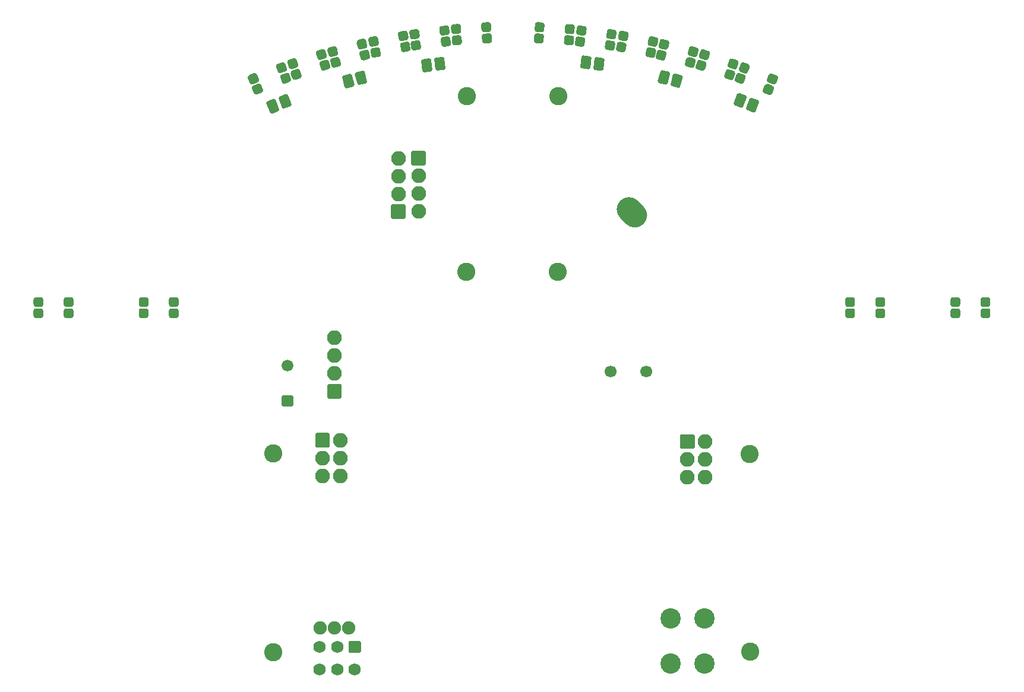
<source format=gbs>
%TF.GenerationSoftware,KiCad,Pcbnew,(5.1.8)-1*%
%TF.CreationDate,2023-07-29T11:14:22+09:00*%
%TF.ProjectId,Tracer,54726163-6572-42e6-9b69-6361645f7063,rev?*%
%TF.SameCoordinates,Original*%
%TF.FileFunction,Soldermask,Bot*%
%TF.FilePolarity,Negative*%
%FSLAX46Y46*%
G04 Gerber Fmt 4.6, Leading zero omitted, Abs format (unit mm)*
G04 Created by KiCad (PCBNEW (5.1.8)-1) date 2023-07-29 11:14:22*
%MOMM*%
%LPD*%
G01*
G04 APERTURE LIST*
%ADD10C,2.600000*%
%ADD11O,2.100000X2.100000*%
%ADD12C,1.900000*%
%ADD13C,2.900000*%
%ADD14C,1.700000*%
%ADD15C,1.758000*%
%ADD16C,1.675000*%
G04 APERTURE END LIST*
%TO.C,IC19*%
G36*
G01*
X96001165Y-34173145D02*
X96688994Y-34043178D01*
G75*
G02*
X97097891Y-34322109I64983J-343914D01*
G01*
X97227858Y-35009938D01*
G75*
G02*
X96948927Y-35418835I-343914J-64983D01*
G01*
X96261098Y-35548802D01*
G75*
G02*
X95852201Y-35269871I-64983J343914D01*
G01*
X95722234Y-34582042D01*
G75*
G02*
X96001165Y-34173145I343914J64983D01*
G01*
G37*
G36*
G01*
X95704099Y-32600965D02*
X96391928Y-32470998D01*
G75*
G02*
X96800825Y-32749929I64983J-343914D01*
G01*
X96930792Y-33437758D01*
G75*
G02*
X96651861Y-33846655I-343914J-64983D01*
G01*
X95964032Y-33976622D01*
G75*
G02*
X95555135Y-33697691I-64983J343914D01*
G01*
X95425168Y-33009862D01*
G75*
G02*
X95704099Y-32600965I343914J64983D01*
G01*
G37*
G36*
G01*
X100226400Y-33374779D02*
X100914229Y-33244812D01*
G75*
G02*
X101323126Y-33523743I64983J-343914D01*
G01*
X101453093Y-34211572D01*
G75*
G02*
X101174162Y-34620469I-343914J-64983D01*
G01*
X100486333Y-34750436D01*
G75*
G02*
X100077436Y-34471505I-64983J343914D01*
G01*
X99947469Y-33783676D01*
G75*
G02*
X100226400Y-33374779I343914J64983D01*
G01*
G37*
G36*
G01*
X99929334Y-31802598D02*
X100617163Y-31672631D01*
G75*
G02*
X101026060Y-31951562I64983J-343914D01*
G01*
X101156027Y-32639391D01*
G75*
G02*
X100877096Y-33048288I-343914J-64983D01*
G01*
X100189267Y-33178255D01*
G75*
G02*
X99780370Y-32899324I-64983J343914D01*
G01*
X99650403Y-32211495D01*
G75*
G02*
X99929334Y-31802598I343914J64983D01*
G01*
G37*
%TD*%
%TO.C,IC16*%
G36*
G01*
X148372425Y-37719157D02*
X149024164Y-37974570D01*
G75*
G02*
X149222327Y-38428147I-127707J-325870D01*
G01*
X148966914Y-39079886D01*
G75*
G02*
X148513337Y-39278049I-325870J127707D01*
G01*
X147861598Y-39022636D01*
G75*
G02*
X147663435Y-38569059I127707J325870D01*
G01*
X147918848Y-37917320D01*
G75*
G02*
X148372425Y-37719157I325870J-127707D01*
G01*
G37*
G36*
G01*
X148956228Y-36229468D02*
X149607967Y-36484881D01*
G75*
G02*
X149806130Y-36938458I-127707J-325870D01*
G01*
X149550717Y-37590197D01*
G75*
G02*
X149097140Y-37788360I-325870J127707D01*
G01*
X148445401Y-37532947D01*
G75*
G02*
X148247238Y-37079370I127707J325870D01*
G01*
X148502651Y-36427631D01*
G75*
G02*
X148956228Y-36229468I325870J-127707D01*
G01*
G37*
G36*
G01*
X152375965Y-39288128D02*
X153027704Y-39543541D01*
G75*
G02*
X153225867Y-39997118I-127707J-325870D01*
G01*
X152970454Y-40648857D01*
G75*
G02*
X152516877Y-40847020I-325870J127707D01*
G01*
X151865138Y-40591607D01*
G75*
G02*
X151666975Y-40138030I127707J325870D01*
G01*
X151922388Y-39486291D01*
G75*
G02*
X152375965Y-39288128I325870J-127707D01*
G01*
G37*
G36*
G01*
X152959768Y-37798438D02*
X153611507Y-38053851D01*
G75*
G02*
X153809670Y-38507428I-127707J-325870D01*
G01*
X153554257Y-39159167D01*
G75*
G02*
X153100680Y-39357330I-325870J127707D01*
G01*
X152448941Y-39101917D01*
G75*
G02*
X152250778Y-38648340I127707J325870D01*
G01*
X152506191Y-37996601D01*
G75*
G02*
X152959768Y-37798438I325870J-127707D01*
G01*
G37*
%TD*%
%TO.C,IC18*%
G36*
G01*
X101771146Y-33122057D02*
X102465779Y-33035536D01*
G75*
G02*
X102856356Y-33339591I43261J-347316D01*
G01*
X102942877Y-34034224D01*
G75*
G02*
X102638822Y-34424801I-347316J-43261D01*
G01*
X101944189Y-34511322D01*
G75*
G02*
X101553612Y-34207267I-43261J347316D01*
G01*
X101467091Y-33512634D01*
G75*
G02*
X101771146Y-33122057I347316J43261D01*
G01*
G37*
G36*
G01*
X101573384Y-31534326D02*
X102268017Y-31447805D01*
G75*
G02*
X102658594Y-31751860I43261J-347316D01*
G01*
X102745115Y-32446493D01*
G75*
G02*
X102441060Y-32837070I-347316J-43261D01*
G01*
X101746427Y-32923591D01*
G75*
G02*
X101355850Y-32619536I-43261J347316D01*
G01*
X101269329Y-31924903D01*
G75*
G02*
X101573384Y-31534326I347316J43261D01*
G01*
G37*
G36*
G01*
X106038173Y-32590570D02*
X106732806Y-32504049D01*
G75*
G02*
X107123383Y-32808104I43261J-347316D01*
G01*
X107209904Y-33502737D01*
G75*
G02*
X106905849Y-33893314I-347316J-43261D01*
G01*
X106211216Y-33979835D01*
G75*
G02*
X105820639Y-33675780I-43261J347316D01*
G01*
X105734118Y-32981147D01*
G75*
G02*
X106038173Y-32590570I347316J43261D01*
G01*
G37*
G36*
G01*
X105840411Y-31002839D02*
X106535044Y-30916318D01*
G75*
G02*
X106925621Y-31220373I43261J-347316D01*
G01*
X107012142Y-31915006D01*
G75*
G02*
X106708087Y-32305583I-347316J-43261D01*
G01*
X106013454Y-32392104D01*
G75*
G02*
X105622877Y-32088049I-43261J347316D01*
G01*
X105536356Y-31393416D01*
G75*
G02*
X105840411Y-31002839I347316J43261D01*
G01*
G37*
%TD*%
%TO.C,IC11*%
G36*
G01*
X119438555Y-32065966D02*
X120137174Y-32109919D01*
G75*
G02*
X120464506Y-32481205I-21977J-349309D01*
G01*
X120420553Y-33179824D01*
G75*
G02*
X120049267Y-33507156I-349309J21977D01*
G01*
X119350648Y-33463203D01*
G75*
G02*
X119023316Y-33091917I21977J349309D01*
G01*
X119067269Y-32393298D01*
G75*
G02*
X119438555Y-32065966I349309J-21977D01*
G01*
G37*
G36*
G01*
X119539020Y-30469124D02*
X120237639Y-30513077D01*
G75*
G02*
X120564971Y-30884363I-21977J-349309D01*
G01*
X120521018Y-31582982D01*
G75*
G02*
X120149732Y-31910314I-349309J21977D01*
G01*
X119451113Y-31866361D01*
G75*
G02*
X119123781Y-31495075I21977J349309D01*
G01*
X119167734Y-30796456D01*
G75*
G02*
X119539020Y-30469124I349309J-21977D01*
G01*
G37*
G36*
G01*
X123730070Y-32335966D02*
X124428689Y-32379919D01*
G75*
G02*
X124756021Y-32751205I-21977J-349309D01*
G01*
X124712068Y-33449824D01*
G75*
G02*
X124340782Y-33777156I-349309J21977D01*
G01*
X123642163Y-33733203D01*
G75*
G02*
X123314831Y-33361917I21977J349309D01*
G01*
X123358784Y-32663298D01*
G75*
G02*
X123730070Y-32335966I349309J-21977D01*
G01*
G37*
G36*
G01*
X123830535Y-30739123D02*
X124529154Y-30783076D01*
G75*
G02*
X124856486Y-31154362I-21977J-349309D01*
G01*
X124812533Y-31852981D01*
G75*
G02*
X124441247Y-32180313I-349309J21977D01*
G01*
X123742628Y-32136360D01*
G75*
G02*
X123415296Y-31765074I21977J349309D01*
G01*
X123459249Y-31066455D01*
G75*
G02*
X123830535Y-30739123I349309J-21977D01*
G01*
G37*
%TD*%
%TO.C,IC22*%
G36*
G01*
X79045401Y-39507053D02*
X79697140Y-39251640D01*
G75*
G02*
X80150717Y-39449803I127707J-325870D01*
G01*
X80406130Y-40101542D01*
G75*
G02*
X80207967Y-40555119I-325870J-127707D01*
G01*
X79556228Y-40810532D01*
G75*
G02*
X79102651Y-40612369I-127707J325870D01*
G01*
X78847238Y-39960630D01*
G75*
G02*
X79045401Y-39507053I325870J127707D01*
G01*
G37*
G36*
G01*
X78461598Y-38017364D02*
X79113337Y-37761951D01*
G75*
G02*
X79566914Y-37960114I127707J-325870D01*
G01*
X79822327Y-38611853D01*
G75*
G02*
X79624164Y-39065430I-325870J-127707D01*
G01*
X78972425Y-39320843D01*
G75*
G02*
X78518848Y-39122680I-127707J325870D01*
G01*
X78263435Y-38470941D01*
G75*
G02*
X78461598Y-38017364I325870J127707D01*
G01*
G37*
G36*
G01*
X83048941Y-37938083D02*
X83700680Y-37682670D01*
G75*
G02*
X84154257Y-37880833I127707J-325870D01*
G01*
X84409670Y-38532572D01*
G75*
G02*
X84211507Y-38986149I-325870J-127707D01*
G01*
X83559768Y-39241562D01*
G75*
G02*
X83106191Y-39043399I-127707J325870D01*
G01*
X82850778Y-38391660D01*
G75*
G02*
X83048941Y-37938083I325870J127707D01*
G01*
G37*
G36*
G01*
X82465138Y-36448393D02*
X83116877Y-36192980D01*
G75*
G02*
X83570454Y-36391143I127707J-325870D01*
G01*
X83825867Y-37042882D01*
G75*
G02*
X83627704Y-37496459I-325870J-127707D01*
G01*
X82975965Y-37751872D01*
G75*
G02*
X82522388Y-37553709I-127707J325870D01*
G01*
X82266975Y-36901970D01*
G75*
G02*
X82465138Y-36448393I325870J127707D01*
G01*
G37*
%TD*%
%TO.C,IC17*%
G36*
G01*
X107651113Y-32373639D02*
X108349732Y-32329686D01*
G75*
G02*
X108721018Y-32657018I21977J-349309D01*
G01*
X108764971Y-33355637D01*
G75*
G02*
X108437639Y-33726923I-349309J-21977D01*
G01*
X107739020Y-33770876D01*
G75*
G02*
X107367734Y-33443544I-21977J349309D01*
G01*
X107323781Y-32744925D01*
G75*
G02*
X107651113Y-32373639I349309J21977D01*
G01*
G37*
G36*
G01*
X107550648Y-30776797D02*
X108249267Y-30732844D01*
G75*
G02*
X108620553Y-31060176I21977J-349309D01*
G01*
X108664506Y-31758795D01*
G75*
G02*
X108337174Y-32130081I-349309J-21977D01*
G01*
X107638555Y-32174034D01*
G75*
G02*
X107267269Y-31846702I-21977J349309D01*
G01*
X107223316Y-31148083D01*
G75*
G02*
X107550648Y-30776797I349309J21977D01*
G01*
G37*
G36*
G01*
X111942628Y-32103640D02*
X112641247Y-32059687D01*
G75*
G02*
X113012533Y-32387019I21977J-349309D01*
G01*
X113056486Y-33085638D01*
G75*
G02*
X112729154Y-33456924I-349309J-21977D01*
G01*
X112030535Y-33500877D01*
G75*
G02*
X111659249Y-33173545I-21977J349309D01*
G01*
X111615296Y-32474926D01*
G75*
G02*
X111942628Y-32103640I349309J21977D01*
G01*
G37*
G36*
G01*
X111842163Y-30506797D02*
X112540782Y-30462844D01*
G75*
G02*
X112912068Y-30790176I21977J-349309D01*
G01*
X112956021Y-31488795D01*
G75*
G02*
X112628689Y-31860081I-349309J-21977D01*
G01*
X111930070Y-31904034D01*
G75*
G02*
X111558784Y-31576702I-21977J349309D01*
G01*
X111514831Y-30878083D01*
G75*
G02*
X111842163Y-30506797I349309J21977D01*
G01*
G37*
%TD*%
%TO.C,IC15*%
G36*
G01*
X142727858Y-35862136D02*
X143393974Y-36077286D01*
G75*
G02*
X143619457Y-36517919I-107575J-333058D01*
G01*
X143404307Y-37184035D01*
G75*
G02*
X142963674Y-37409518I-333058J107575D01*
G01*
X142297558Y-37194368D01*
G75*
G02*
X142072075Y-36753735I107575J333058D01*
G01*
X142287225Y-36087619D01*
G75*
G02*
X142727858Y-35862136I333058J-107575D01*
G01*
G37*
G36*
G01*
X143219629Y-34339585D02*
X143885745Y-34554735D01*
G75*
G02*
X144111228Y-34995368I-107575J-333058D01*
G01*
X143896078Y-35661484D01*
G75*
G02*
X143455445Y-35886967I-333058J107575D01*
G01*
X142789329Y-35671817D01*
G75*
G02*
X142563846Y-35231184I107575J333058D01*
G01*
X142778996Y-34565068D01*
G75*
G02*
X143219629Y-34339585I333058J-107575D01*
G01*
G37*
G36*
G01*
X146819714Y-37183769D02*
X147485830Y-37398919D01*
G75*
G02*
X147711313Y-37839552I-107575J-333058D01*
G01*
X147496163Y-38505668D01*
G75*
G02*
X147055530Y-38731151I-333058J107575D01*
G01*
X146389414Y-38516001D01*
G75*
G02*
X146163931Y-38075368I107575J333058D01*
G01*
X146379081Y-37409252D01*
G75*
G02*
X146819714Y-37183769I333058J-107575D01*
G01*
G37*
G36*
G01*
X147311485Y-35661218D02*
X147977601Y-35876368D01*
G75*
G02*
X148203084Y-36317001I-107575J-333058D01*
G01*
X147987934Y-36983117D01*
G75*
G02*
X147547301Y-37208600I-333058J107575D01*
G01*
X146881185Y-36993450D01*
G75*
G02*
X146655702Y-36552817I107575J333058D01*
G01*
X146870852Y-35886701D01*
G75*
G02*
X147311485Y-35661218I333058J-107575D01*
G01*
G37*
%TD*%
%TO.C,IC21*%
G36*
G01*
X84589329Y-37368183D02*
X85255445Y-37153033D01*
G75*
G02*
X85696078Y-37378516I107575J-333058D01*
G01*
X85911228Y-38044632D01*
G75*
G02*
X85685745Y-38485265I-333058J-107575D01*
G01*
X85019629Y-38700415D01*
G75*
G02*
X84578996Y-38474932I-107575J333058D01*
G01*
X84363846Y-37808816D01*
G75*
G02*
X84589329Y-37368183I333058J107575D01*
G01*
G37*
G36*
G01*
X84097558Y-35845632D02*
X84763674Y-35630482D01*
G75*
G02*
X85204307Y-35855965I107575J-333058D01*
G01*
X85419457Y-36522081D01*
G75*
G02*
X85193974Y-36962714I-333058J-107575D01*
G01*
X84527858Y-37177864D01*
G75*
G02*
X84087225Y-36952381I-107575J333058D01*
G01*
X83872075Y-36286265D01*
G75*
G02*
X84097558Y-35845632I333058J107575D01*
G01*
G37*
G36*
G01*
X88681185Y-36046550D02*
X89347301Y-35831400D01*
G75*
G02*
X89787934Y-36056883I107575J-333058D01*
G01*
X90003084Y-36722999D01*
G75*
G02*
X89777601Y-37163632I-333058J-107575D01*
G01*
X89111485Y-37378782D01*
G75*
G02*
X88670852Y-37153299I-107575J333058D01*
G01*
X88455702Y-36487183D01*
G75*
G02*
X88681185Y-36046550I333058J107575D01*
G01*
G37*
G36*
G01*
X88189414Y-34523999D02*
X88855530Y-34308849D01*
G75*
G02*
X89296163Y-34534332I107575J-333058D01*
G01*
X89511313Y-35200448D01*
G75*
G02*
X89285830Y-35641081I-333058J-107575D01*
G01*
X88619714Y-35856231D01*
G75*
G02*
X88179081Y-35630748I-107575J333058D01*
G01*
X87963931Y-34964632D01*
G75*
G02*
X88189414Y-34523999I333058J107575D01*
G01*
G37*
%TD*%
%TO.C,IC13*%
G36*
G01*
X131264032Y-33263378D02*
X131951861Y-33393345D01*
G75*
G02*
X132230792Y-33802242I-64983J-343914D01*
G01*
X132100825Y-34490071D01*
G75*
G02*
X131691928Y-34769002I-343914J64983D01*
G01*
X131004099Y-34639035D01*
G75*
G02*
X130725168Y-34230138I64983J343914D01*
G01*
X130855135Y-33542309D01*
G75*
G02*
X131264032Y-33263378I343914J-64983D01*
G01*
G37*
G36*
G01*
X131561098Y-31691198D02*
X132248927Y-31821165D01*
G75*
G02*
X132527858Y-32230062I-64983J-343914D01*
G01*
X132397891Y-32917891D01*
G75*
G02*
X131988994Y-33196822I-343914J64983D01*
G01*
X131301165Y-33066855D01*
G75*
G02*
X131022234Y-32657958I64983J343914D01*
G01*
X131152201Y-31970129D01*
G75*
G02*
X131561098Y-31691198I343914J-64983D01*
G01*
G37*
G36*
G01*
X135489267Y-34061745D02*
X136177096Y-34191712D01*
G75*
G02*
X136456027Y-34600609I-64983J-343914D01*
G01*
X136326060Y-35288438D01*
G75*
G02*
X135917163Y-35567369I-343914J64983D01*
G01*
X135229334Y-35437402D01*
G75*
G02*
X134950403Y-35028505I64983J343914D01*
G01*
X135080370Y-34340676D01*
G75*
G02*
X135489267Y-34061745I343914J-64983D01*
G01*
G37*
G36*
G01*
X135786333Y-32489564D02*
X136474162Y-32619531D01*
G75*
G02*
X136753093Y-33028428I-64983J-343914D01*
G01*
X136623126Y-33716257D01*
G75*
G02*
X136214229Y-33995188I-343914J64983D01*
G01*
X135526400Y-33865221D01*
G75*
G02*
X135247469Y-33456324I64983J343914D01*
G01*
X135377436Y-32768495D01*
G75*
G02*
X135786333Y-32489564I343914J-64983D01*
G01*
G37*
%TD*%
D10*
%TO.C,M2*%
X109499782Y-41001626D03*
%TD*%
%TO.C,IC12*%
G36*
G01*
X125346427Y-32516409D02*
X126041060Y-32602930D01*
G75*
G02*
X126345115Y-32993507I-43261J-347316D01*
G01*
X126258594Y-33688140D01*
G75*
G02*
X125868017Y-33992195I-347316J43261D01*
G01*
X125173384Y-33905674D01*
G75*
G02*
X124869329Y-33515097I43261J347316D01*
G01*
X124955850Y-32820464D01*
G75*
G02*
X125346427Y-32516409I347316J-43261D01*
G01*
G37*
G36*
G01*
X125544189Y-30928678D02*
X126238822Y-31015199D01*
G75*
G02*
X126542877Y-31405776I-43261J-347316D01*
G01*
X126456356Y-32100409D01*
G75*
G02*
X126065779Y-32404464I-347316J43261D01*
G01*
X125371146Y-32317943D01*
G75*
G02*
X125067091Y-31927366I43261J347316D01*
G01*
X125153612Y-31232733D01*
G75*
G02*
X125544189Y-30928678I347316J-43261D01*
G01*
G37*
G36*
G01*
X129613454Y-33047896D02*
X130308087Y-33134417D01*
G75*
G02*
X130612142Y-33524994I-43261J-347316D01*
G01*
X130525621Y-34219627D01*
G75*
G02*
X130135044Y-34523682I-347316J43261D01*
G01*
X129440411Y-34437161D01*
G75*
G02*
X129136356Y-34046584I43261J347316D01*
G01*
X129222877Y-33351951D01*
G75*
G02*
X129613454Y-33047896I347316J-43261D01*
G01*
G37*
G36*
G01*
X129811216Y-31460165D02*
X130505849Y-31546686D01*
G75*
G02*
X130809904Y-31937263I-43261J-347316D01*
G01*
X130723383Y-32631896D01*
G75*
G02*
X130332806Y-32935951I-347316J43261D01*
G01*
X129638173Y-32849430D01*
G75*
G02*
X129334118Y-32458853I43261J347316D01*
G01*
X129420639Y-31764220D01*
G75*
G02*
X129811216Y-31460165I347316J-43261D01*
G01*
G37*
%TD*%
%TO.C,IC20*%
G36*
G01*
X90240611Y-35622049D02*
X90918922Y-35449150D01*
G75*
G02*
X91344528Y-35701856I86450J-339156D01*
G01*
X91517427Y-36380167D01*
G75*
G02*
X91264721Y-36805773I-339156J-86450D01*
G01*
X90586410Y-36978672D01*
G75*
G02*
X90160804Y-36725966I-86450J339156D01*
G01*
X89987905Y-36047655D01*
G75*
G02*
X90240611Y-35622049I339156J86450D01*
G01*
G37*
G36*
G01*
X89845413Y-34071623D02*
X90523724Y-33898724D01*
G75*
G02*
X90949330Y-34151430I86450J-339156D01*
G01*
X91122229Y-34829741D01*
G75*
G02*
X90869523Y-35255347I-339156J-86450D01*
G01*
X90191212Y-35428246D01*
G75*
G02*
X89765606Y-35175540I-86450J339156D01*
G01*
X89592707Y-34497229D01*
G75*
G02*
X89845413Y-34071623I339156J86450D01*
G01*
G37*
G36*
G01*
X94407379Y-34559953D02*
X95085690Y-34387054D01*
G75*
G02*
X95511296Y-34639760I86450J-339156D01*
G01*
X95684195Y-35318071D01*
G75*
G02*
X95431489Y-35743677I-339156J-86450D01*
G01*
X94753178Y-35916576D01*
G75*
G02*
X94327572Y-35663870I-86450J339156D01*
G01*
X94154673Y-34985559D01*
G75*
G02*
X94407379Y-34559953I339156J86450D01*
G01*
G37*
G36*
G01*
X94012180Y-33009528D02*
X94690491Y-32836629D01*
G75*
G02*
X95116097Y-33089335I86450J-339156D01*
G01*
X95288996Y-33767646D01*
G75*
G02*
X95036290Y-34193252I-339156J-86450D01*
G01*
X94357979Y-34366151D01*
G75*
G02*
X93932373Y-34113445I-86450J339156D01*
G01*
X93759474Y-33435134D01*
G75*
G02*
X94012180Y-33009528I339156J86450D01*
G01*
G37*
%TD*%
%TO.C,IC14*%
G36*
G01*
X136991212Y-34411754D02*
X137669523Y-34584653D01*
G75*
G02*
X137922229Y-35010259I-86450J-339156D01*
G01*
X137749330Y-35688570D01*
G75*
G02*
X137323724Y-35941276I-339156J86450D01*
G01*
X136645413Y-35768377D01*
G75*
G02*
X136392707Y-35342771I86450J339156D01*
G01*
X136565606Y-34664460D01*
G75*
G02*
X136991212Y-34411754I339156J-86450D01*
G01*
G37*
G36*
G01*
X137386410Y-32861328D02*
X138064721Y-33034227D01*
G75*
G02*
X138317427Y-33459833I-86450J-339156D01*
G01*
X138144528Y-34138144D01*
G75*
G02*
X137718922Y-34390850I-339156J86450D01*
G01*
X137040611Y-34217951D01*
G75*
G02*
X136787905Y-33792345I86450J339156D01*
G01*
X136960804Y-33114034D01*
G75*
G02*
X137386410Y-32861328I339156J-86450D01*
G01*
G37*
G36*
G01*
X141157979Y-35473849D02*
X141836290Y-35646748D01*
G75*
G02*
X142088996Y-36072354I-86450J-339156D01*
G01*
X141916097Y-36750665D01*
G75*
G02*
X141490491Y-37003371I-339156J86450D01*
G01*
X140812180Y-36830472D01*
G75*
G02*
X140559474Y-36404866I86450J339156D01*
G01*
X140732373Y-35726555D01*
G75*
G02*
X141157979Y-35473849I339156J-86450D01*
G01*
G37*
G36*
G01*
X141553178Y-33923424D02*
X142231489Y-34096323D01*
G75*
G02*
X142484195Y-34521929I-86450J-339156D01*
G01*
X142311296Y-35200240D01*
G75*
G02*
X141885690Y-35452946I-339156J86450D01*
G01*
X141207379Y-35280047D01*
G75*
G02*
X140954673Y-34854441I86450J339156D01*
G01*
X141127572Y-34176130D01*
G75*
G02*
X141553178Y-33923424I339156J-86450D01*
G01*
G37*
%TD*%
%TO.C,R32*%
G36*
G01*
X93873853Y-39310066D02*
X93510765Y-37885613D01*
G75*
G02*
X93655168Y-37642410I193803J49400D01*
G01*
X94662944Y-37385531D01*
G75*
G02*
X94906147Y-37529934I49400J-193803D01*
G01*
X95269235Y-38954387D01*
G75*
G02*
X95124832Y-39197590I-193803J-49400D01*
G01*
X94117056Y-39454469D01*
G75*
G02*
X93873853Y-39310066I-49400J193803D01*
G01*
G37*
G36*
G01*
X92052103Y-39774424D02*
X91689015Y-38349971D01*
G75*
G02*
X91833418Y-38106768I193803J49400D01*
G01*
X92841194Y-37849889D01*
G75*
G02*
X93084397Y-37994292I49400J-193803D01*
G01*
X93447485Y-39418745D01*
G75*
G02*
X93303082Y-39661948I-193803J-49400D01*
G01*
X92295306Y-39918827D01*
G75*
G02*
X92052103Y-39774424I-49400J193803D01*
G01*
G37*
%TD*%
%TO.C,M2*%
X122499781Y-41001626D03*
%TD*%
%TO.C,R23*%
G36*
G01*
X138510765Y-39354387D02*
X138873853Y-37929934D01*
G75*
G02*
X139117056Y-37785531I193803J-49400D01*
G01*
X140124832Y-38042410D01*
G75*
G02*
X140269235Y-38285613I-49400J-193803D01*
G01*
X139906147Y-39710066D01*
G75*
G02*
X139662944Y-39854469I-193803J49400D01*
G01*
X138655168Y-39597590D01*
G75*
G02*
X138510765Y-39354387I49400J193803D01*
G01*
G37*
G36*
G01*
X136689015Y-38890029D02*
X137052103Y-37465576D01*
G75*
G02*
X137295306Y-37321173I193803J-49400D01*
G01*
X138303082Y-37578052D01*
G75*
G02*
X138447485Y-37821255I-49400J-193803D01*
G01*
X138084397Y-39245708D01*
G75*
G02*
X137841194Y-39390111I-193803J49400D01*
G01*
X136833418Y-39133232D01*
G75*
G02*
X136689015Y-38890029I49400J193803D01*
G01*
G37*
%TD*%
%TO.C,R33*%
G36*
G01*
X83163016Y-42724053D02*
X82626648Y-41355401D01*
G75*
G02*
X82739884Y-41096215I186211J72975D01*
G01*
X83708182Y-40716743D01*
G75*
G02*
X83967368Y-40829979I72975J-186211D01*
G01*
X84503736Y-42198631D01*
G75*
G02*
X84390500Y-42457817I-186211J-72975D01*
G01*
X83422202Y-42837289D01*
G75*
G02*
X83163016Y-42724053I-72975J186211D01*
G01*
G37*
G36*
G01*
X81412632Y-43410021D02*
X80876264Y-42041369D01*
G75*
G02*
X80989500Y-41782183I186211J72975D01*
G01*
X81957798Y-41402711D01*
G75*
G02*
X82216984Y-41515947I72975J-186211D01*
G01*
X82753352Y-42884599D01*
G75*
G02*
X82640116Y-43143785I-186211J-72975D01*
G01*
X81671818Y-43523257D01*
G75*
G02*
X81412632Y-43410021I-72975J186211D01*
G01*
G37*
%TD*%
%TO.C,R22*%
G36*
G01*
X127484674Y-37076556D02*
X127666368Y-35617828D01*
G75*
G02*
X127889554Y-35444082I198466J-24720D01*
G01*
X128921580Y-35572628D01*
G75*
G02*
X129095326Y-35795814I-24720J-198466D01*
G01*
X128913632Y-37254542D01*
G75*
G02*
X128690446Y-37428288I-198466J24720D01*
G01*
X127658420Y-37299742D01*
G75*
G02*
X127484674Y-37076556I24720J198466D01*
G01*
G37*
G36*
G01*
X125619090Y-36844186D02*
X125800784Y-35385458D01*
G75*
G02*
X126023970Y-35211712I198466J-24720D01*
G01*
X127055996Y-35340258D01*
G75*
G02*
X127229742Y-35563444I-24720J-198466D01*
G01*
X127048048Y-37022172D01*
G75*
G02*
X126824862Y-37195918I-198466J24720D01*
G01*
X125792836Y-37067372D01*
G75*
G02*
X125619090Y-36844186I24720J198466D01*
G01*
G37*
%TD*%
%TO.C,R31*%
G36*
G01*
X104999160Y-37222172D02*
X104817466Y-35763444D01*
G75*
G02*
X104991212Y-35540258I198466J24720D01*
G01*
X106023238Y-35411712D01*
G75*
G02*
X106246424Y-35585458I24720J-198466D01*
G01*
X106428118Y-37044186D01*
G75*
G02*
X106254372Y-37267372I-198466J-24720D01*
G01*
X105222346Y-37395918D01*
G75*
G02*
X104999160Y-37222172I-24720J198466D01*
G01*
G37*
G36*
G01*
X103133576Y-37454542D02*
X102951882Y-35995814D01*
G75*
G02*
X103125628Y-35772628I198466J24720D01*
G01*
X104157654Y-35644082D01*
G75*
G02*
X104380840Y-35817828I24720J-198466D01*
G01*
X104562534Y-37276556D01*
G75*
G02*
X104388788Y-37499742I-198466J-24720D01*
G01*
X103356762Y-37628288D01*
G75*
G02*
X103133576Y-37454542I-24720J198466D01*
G01*
G37*
%TD*%
%TO.C,R24*%
G36*
G01*
X149251456Y-42741615D02*
X149787824Y-41372963D01*
G75*
G02*
X150047010Y-41259727I186211J-72975D01*
G01*
X151015308Y-41639199D01*
G75*
G02*
X151128544Y-41898385I-72975J-186211D01*
G01*
X150592176Y-43267037D01*
G75*
G02*
X150332990Y-43380273I-186211J72975D01*
G01*
X149364692Y-43000801D01*
G75*
G02*
X149251456Y-42741615I72975J186211D01*
G01*
G37*
G36*
G01*
X147501072Y-42055647D02*
X148037440Y-40686995D01*
G75*
G02*
X148296626Y-40573759I186211J-72975D01*
G01*
X149264924Y-40953231D01*
G75*
G02*
X149378160Y-41212417I-72975J-186211D01*
G01*
X148841792Y-42581069D01*
G75*
G02*
X148582606Y-42694305I-186211J72975D01*
G01*
X147614308Y-42314833D01*
G75*
G02*
X147501072Y-42055647I72975J186211D01*
G01*
G37*
%TD*%
%TO.C,U1*%
G36*
G01*
X134661701Y-59261701D02*
X134661701Y-59261701D01*
G75*
G02*
X132186827Y-59261701I-1237437J1237437D01*
G01*
X131338299Y-58413173D01*
G75*
G02*
X131338299Y-55938299I1237437J1237437D01*
G01*
X131338299Y-55938299D01*
G75*
G02*
X133813173Y-55938299I1237437J-1237437D01*
G01*
X134661701Y-56786827D01*
G75*
G02*
X134661701Y-59261701I-1237437J-1237437D01*
G01*
G37*
%TD*%
D11*
%TO.C,J7*%
X99700000Y-49880000D03*
X99700000Y-52420000D03*
X99700000Y-54960000D03*
G36*
G01*
X98650000Y-58350000D02*
X98650000Y-56650000D01*
G75*
G02*
X98850000Y-56450000I200000J0D01*
G01*
X100550000Y-56450000D01*
G75*
G02*
X100750000Y-56650000I0J-200000D01*
G01*
X100750000Y-58350000D01*
G75*
G02*
X100550000Y-58550000I-200000J0D01*
G01*
X98850000Y-58550000D01*
G75*
G02*
X98650000Y-58350000I0J200000D01*
G01*
G37*
%TD*%
%TO.C,J8*%
X102600000Y-57490000D03*
X102600000Y-54950000D03*
X102600000Y-52410000D03*
G36*
G01*
X101550000Y-50720000D02*
X101550000Y-49020000D01*
G75*
G02*
X101750000Y-48820000I200000J0D01*
G01*
X103450000Y-48820000D01*
G75*
G02*
X103650000Y-49020000I0J-200000D01*
G01*
X103650000Y-50720000D01*
G75*
G02*
X103450000Y-50920000I-200000J0D01*
G01*
X101750000Y-50920000D01*
G75*
G02*
X101550000Y-50720000I0J200000D01*
G01*
G37*
%TD*%
D12*
%TO.C,J1*%
X92600000Y-116900000D03*
X90600000Y-116900000D03*
X88600000Y-116900000D03*
%TD*%
D13*
%TO.C,SW2*%
X143300000Y-115500000D03*
X143300000Y-122000000D03*
%TD*%
%TO.C,SW3*%
X138500000Y-115500000D03*
X138500000Y-122000000D03*
%TD*%
D11*
%TO.C,J2*%
X143440000Y-95380000D03*
X140900000Y-95380000D03*
X143440000Y-92840000D03*
X140900000Y-92840000D03*
X143440000Y-90300000D03*
G36*
G01*
X139850000Y-91150000D02*
X139850000Y-89450000D01*
G75*
G02*
X140050000Y-89250000I200000J0D01*
G01*
X141750000Y-89250000D01*
G75*
G02*
X141950000Y-89450000I0J-200000D01*
G01*
X141950000Y-91150000D01*
G75*
G02*
X141750000Y-91350000I-200000J0D01*
G01*
X140050000Y-91350000D01*
G75*
G02*
X139850000Y-91150000I0J200000D01*
G01*
G37*
%TD*%
%TO.C,J6*%
X90600000Y-75520000D03*
X90600000Y-78060000D03*
X90600000Y-80600000D03*
G36*
G01*
X91650000Y-82290000D02*
X91650000Y-83990000D01*
G75*
G02*
X91450000Y-84190000I-200000J0D01*
G01*
X89750000Y-84190000D01*
G75*
G02*
X89550000Y-83990000I0J200000D01*
G01*
X89550000Y-82290000D01*
G75*
G02*
X89750000Y-82090000I200000J0D01*
G01*
X91450000Y-82090000D01*
G75*
G02*
X91650000Y-82290000I0J-200000D01*
G01*
G37*
%TD*%
D14*
%TO.C,LS1*%
X130000000Y-80300000D03*
X135000000Y-80300000D03*
%TD*%
D10*
%TO.C,M2*%
X149800000Y-92063343D03*
%TD*%
%TO.C,M2*%
X81900000Y-92000000D03*
%TD*%
%TO.C,M2*%
X149900000Y-120300000D03*
%TD*%
%TO.C,M2*%
X81900000Y-120400000D03*
%TD*%
D11*
%TO.C,J3*%
X91440000Y-95180000D03*
X88900000Y-95180000D03*
X91440000Y-92640000D03*
X88900000Y-92640000D03*
X91440000Y-90100000D03*
G36*
G01*
X87850000Y-90950000D02*
X87850000Y-89250000D01*
G75*
G02*
X88050000Y-89050000I200000J0D01*
G01*
X89750000Y-89050000D01*
G75*
G02*
X89950000Y-89250000I0J-200000D01*
G01*
X89950000Y-90950000D01*
G75*
G02*
X89750000Y-91150000I-200000J0D01*
G01*
X88050000Y-91150000D01*
G75*
G02*
X87850000Y-90950000I0J200000D01*
G01*
G37*
%TD*%
D15*
%TO.C,S1*%
X88500000Y-122800000D03*
X88500000Y-119600000D03*
X91000000Y-122800000D03*
X91000000Y-119600000D03*
X93500000Y-122800000D03*
G36*
G01*
X92821000Y-118721000D02*
X94179000Y-118721000D01*
G75*
G02*
X94379000Y-118921000I0J-200000D01*
G01*
X94379000Y-120279000D01*
G75*
G02*
X94179000Y-120479000I-200000J0D01*
G01*
X92821000Y-120479000D01*
G75*
G02*
X92621000Y-120279000I0J200000D01*
G01*
X92621000Y-118921000D01*
G75*
G02*
X92821000Y-118721000I200000J0D01*
G01*
G37*
%TD*%
D10*
%TO.C,M2*%
X109400000Y-66100000D03*
%TD*%
%TO.C,M2*%
X122400000Y-66100000D03*
%TD*%
%TO.C,IC10*%
G36*
G01*
X48050000Y-71300000D02*
X48750000Y-71300000D01*
G75*
G02*
X49100000Y-71650000I0J-350000D01*
G01*
X49100000Y-72350000D01*
G75*
G02*
X48750000Y-72700000I-350000J0D01*
G01*
X48050000Y-72700000D01*
G75*
G02*
X47700000Y-72350000I0J350000D01*
G01*
X47700000Y-71650000D01*
G75*
G02*
X48050000Y-71300000I350000J0D01*
G01*
G37*
G36*
G01*
X48050000Y-69700000D02*
X48750000Y-69700000D01*
G75*
G02*
X49100000Y-70050000I0J-350000D01*
G01*
X49100000Y-70750000D01*
G75*
G02*
X48750000Y-71100000I-350000J0D01*
G01*
X48050000Y-71100000D01*
G75*
G02*
X47700000Y-70750000I0J350000D01*
G01*
X47700000Y-70050000D01*
G75*
G02*
X48050000Y-69700000I350000J0D01*
G01*
G37*
G36*
G01*
X52350000Y-71300000D02*
X53050000Y-71300000D01*
G75*
G02*
X53400000Y-71650000I0J-350000D01*
G01*
X53400000Y-72350000D01*
G75*
G02*
X53050000Y-72700000I-350000J0D01*
G01*
X52350000Y-72700000D01*
G75*
G02*
X52000000Y-72350000I0J350000D01*
G01*
X52000000Y-71650000D01*
G75*
G02*
X52350000Y-71300000I350000J0D01*
G01*
G37*
G36*
G01*
X52350000Y-69700000D02*
X53050000Y-69700000D01*
G75*
G02*
X53400000Y-70050000I0J-350000D01*
G01*
X53400000Y-70750000D01*
G75*
G02*
X53050000Y-71100000I-350000J0D01*
G01*
X52350000Y-71100000D01*
G75*
G02*
X52000000Y-70750000I0J350000D01*
G01*
X52000000Y-70050000D01*
G75*
G02*
X52350000Y-69700000I350000J0D01*
G01*
G37*
%TD*%
%TO.C,IC8*%
G36*
G01*
X163750000Y-71300000D02*
X164450000Y-71300000D01*
G75*
G02*
X164800000Y-71650000I0J-350000D01*
G01*
X164800000Y-72350000D01*
G75*
G02*
X164450000Y-72700000I-350000J0D01*
G01*
X163750000Y-72700000D01*
G75*
G02*
X163400000Y-72350000I0J350000D01*
G01*
X163400000Y-71650000D01*
G75*
G02*
X163750000Y-71300000I350000J0D01*
G01*
G37*
G36*
G01*
X163750000Y-69700000D02*
X164450000Y-69700000D01*
G75*
G02*
X164800000Y-70050000I0J-350000D01*
G01*
X164800000Y-70750000D01*
G75*
G02*
X164450000Y-71100000I-350000J0D01*
G01*
X163750000Y-71100000D01*
G75*
G02*
X163400000Y-70750000I0J350000D01*
G01*
X163400000Y-70050000D01*
G75*
G02*
X163750000Y-69700000I350000J0D01*
G01*
G37*
G36*
G01*
X168050000Y-71300000D02*
X168750000Y-71300000D01*
G75*
G02*
X169100000Y-71650000I0J-350000D01*
G01*
X169100000Y-72350000D01*
G75*
G02*
X168750000Y-72700000I-350000J0D01*
G01*
X168050000Y-72700000D01*
G75*
G02*
X167700000Y-72350000I0J350000D01*
G01*
X167700000Y-71650000D01*
G75*
G02*
X168050000Y-71300000I350000J0D01*
G01*
G37*
G36*
G01*
X168050000Y-69700000D02*
X168750000Y-69700000D01*
G75*
G02*
X169100000Y-70050000I0J-350000D01*
G01*
X169100000Y-70750000D01*
G75*
G02*
X168750000Y-71100000I-350000J0D01*
G01*
X168050000Y-71100000D01*
G75*
G02*
X167700000Y-70750000I0J350000D01*
G01*
X167700000Y-70050000D01*
G75*
G02*
X168050000Y-69700000I350000J0D01*
G01*
G37*
%TD*%
%TO.C,IC7*%
G36*
G01*
X178750000Y-71300000D02*
X179450000Y-71300000D01*
G75*
G02*
X179800000Y-71650000I0J-350000D01*
G01*
X179800000Y-72350000D01*
G75*
G02*
X179450000Y-72700000I-350000J0D01*
G01*
X178750000Y-72700000D01*
G75*
G02*
X178400000Y-72350000I0J350000D01*
G01*
X178400000Y-71650000D01*
G75*
G02*
X178750000Y-71300000I350000J0D01*
G01*
G37*
G36*
G01*
X178750000Y-69700000D02*
X179450000Y-69700000D01*
G75*
G02*
X179800000Y-70050000I0J-350000D01*
G01*
X179800000Y-70750000D01*
G75*
G02*
X179450000Y-71100000I-350000J0D01*
G01*
X178750000Y-71100000D01*
G75*
G02*
X178400000Y-70750000I0J350000D01*
G01*
X178400000Y-70050000D01*
G75*
G02*
X178750000Y-69700000I350000J0D01*
G01*
G37*
G36*
G01*
X183050000Y-71300000D02*
X183750000Y-71300000D01*
G75*
G02*
X184100000Y-71650000I0J-350000D01*
G01*
X184100000Y-72350000D01*
G75*
G02*
X183750000Y-72700000I-350000J0D01*
G01*
X183050000Y-72700000D01*
G75*
G02*
X182700000Y-72350000I0J350000D01*
G01*
X182700000Y-71650000D01*
G75*
G02*
X183050000Y-71300000I350000J0D01*
G01*
G37*
G36*
G01*
X183050000Y-69700000D02*
X183750000Y-69700000D01*
G75*
G02*
X184100000Y-70050000I0J-350000D01*
G01*
X184100000Y-70750000D01*
G75*
G02*
X183750000Y-71100000I-350000J0D01*
G01*
X183050000Y-71100000D01*
G75*
G02*
X182700000Y-70750000I0J350000D01*
G01*
X182700000Y-70050000D01*
G75*
G02*
X183050000Y-69700000I350000J0D01*
G01*
G37*
%TD*%
D16*
%TO.C,C1*%
X83900000Y-79500000D03*
G36*
G01*
X84537500Y-85337500D02*
X83262500Y-85337500D01*
G75*
G02*
X83062500Y-85137500I0J200000D01*
G01*
X83062500Y-83862500D01*
G75*
G02*
X83262500Y-83662500I200000J0D01*
G01*
X84537500Y-83662500D01*
G75*
G02*
X84737500Y-83862500I0J-200000D01*
G01*
X84737500Y-85137500D01*
G75*
G02*
X84537500Y-85337500I-200000J0D01*
G01*
G37*
%TD*%
%TO.C,IC9*%
G36*
G01*
X63050000Y-71300000D02*
X63750000Y-71300000D01*
G75*
G02*
X64100000Y-71650000I0J-350000D01*
G01*
X64100000Y-72350000D01*
G75*
G02*
X63750000Y-72700000I-350000J0D01*
G01*
X63050000Y-72700000D01*
G75*
G02*
X62700000Y-72350000I0J350000D01*
G01*
X62700000Y-71650000D01*
G75*
G02*
X63050000Y-71300000I350000J0D01*
G01*
G37*
G36*
G01*
X63050000Y-69700000D02*
X63750000Y-69700000D01*
G75*
G02*
X64100000Y-70050000I0J-350000D01*
G01*
X64100000Y-70750000D01*
G75*
G02*
X63750000Y-71100000I-350000J0D01*
G01*
X63050000Y-71100000D01*
G75*
G02*
X62700000Y-70750000I0J350000D01*
G01*
X62700000Y-70050000D01*
G75*
G02*
X63050000Y-69700000I350000J0D01*
G01*
G37*
G36*
G01*
X67350000Y-71300000D02*
X68050000Y-71300000D01*
G75*
G02*
X68400000Y-71650000I0J-350000D01*
G01*
X68400000Y-72350000D01*
G75*
G02*
X68050000Y-72700000I-350000J0D01*
G01*
X67350000Y-72700000D01*
G75*
G02*
X67000000Y-72350000I0J350000D01*
G01*
X67000000Y-71650000D01*
G75*
G02*
X67350000Y-71300000I350000J0D01*
G01*
G37*
G36*
G01*
X67350000Y-69700000D02*
X68050000Y-69700000D01*
G75*
G02*
X68400000Y-70050000I0J-350000D01*
G01*
X68400000Y-70750000D01*
G75*
G02*
X68050000Y-71100000I-350000J0D01*
G01*
X67350000Y-71100000D01*
G75*
G02*
X67000000Y-70750000I0J350000D01*
G01*
X67000000Y-70050000D01*
G75*
G02*
X67350000Y-69700000I350000J0D01*
G01*
G37*
%TD*%
M02*

</source>
